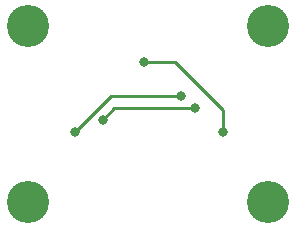
<source format=gbr>
%TF.GenerationSoftware,KiCad,Pcbnew,5.1.7-a382d34a8~87~ubuntu18.04.1*%
%TF.CreationDate,2023-06-06T11:10:53-07:00*%
%TF.ProjectId,basic_led,62617369-635f-46c6-9564-2e6b69636164,rev?*%
%TF.SameCoordinates,Original*%
%TF.FileFunction,Copper,L2,Bot*%
%TF.FilePolarity,Positive*%
%FSLAX46Y46*%
G04 Gerber Fmt 4.6, Leading zero omitted, Abs format (unit mm)*
G04 Created by KiCad (PCBNEW 5.1.7-a382d34a8~87~ubuntu18.04.1) date 2023-06-06 11:10:53*
%MOMM*%
%LPD*%
G01*
G04 APERTURE LIST*
%TA.AperFunction,ComponentPad*%
%ADD10C,3.570000*%
%TD*%
%TA.AperFunction,ViaPad*%
%ADD11C,0.800000*%
%TD*%
%TA.AperFunction,Conductor*%
%ADD12C,0.250000*%
%TD*%
G04 APERTURE END LIST*
D10*
%TO.P,M4,~*%
%TO.N,N/C*%
X52540000Y-67460000D03*
%TD*%
%TO.P,M3,~*%
%TO.N,N/C*%
X72860000Y-67460000D03*
%TD*%
%TO.P,M2,~*%
%TO.N,N/C*%
X72860000Y-52540000D03*
%TD*%
%TO.P,M1,~*%
%TO.N,N/C*%
X52540000Y-52540000D03*
%TD*%
D11*
%TO.N,GND*%
X62322600Y-55554500D03*
X69000000Y-61500000D03*
%TO.N,/SCL*%
X65487200Y-58416600D03*
X56500000Y-61500000D03*
%TO.N,/SDA*%
X58850000Y-60500000D03*
X66700000Y-59500000D03*
%TD*%
D12*
%TO.N,GND*%
X63827500Y-55554500D02*
X62322600Y-55554500D01*
X69000000Y-61500000D02*
X69000000Y-59600000D01*
X64954500Y-55554500D02*
X63827500Y-55554500D01*
X69000000Y-59600000D02*
X64954500Y-55554500D01*
%TO.N,/SCL*%
X59500000Y-58500000D02*
X56500000Y-61500000D01*
X59583400Y-58416600D02*
X59500000Y-58500000D01*
X65487200Y-58416600D02*
X59583400Y-58416600D01*
%TO.N,/SDA*%
X58850000Y-60500000D02*
X59850000Y-59500000D01*
X66700000Y-59500000D02*
X59850000Y-59500000D01*
%TD*%
M02*

</source>
